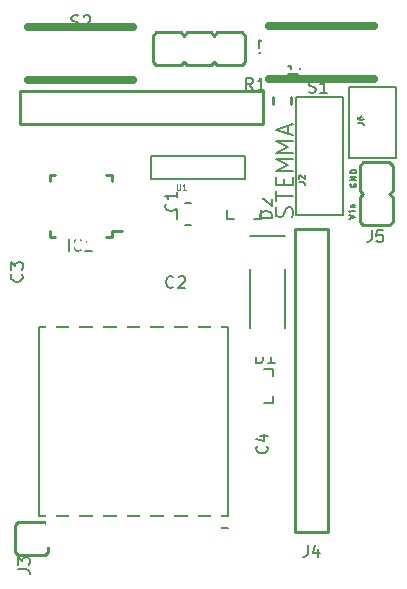
<source format=gto>
G04 --- HEADER BEGIN --- *
%TF.GenerationSoftware,LibrePCB,LibrePCB,0.1.3*%
%TF.CreationDate,2020-05-24T18:28:55*%
%TF.ProjectId,SprigZero - default,93c98233-4b04-4051-a125-04f829bd9155,v1*%
%TF.Part,Single*%
%FSLAX66Y66*%
%MOMM*%
G01*
G74*
G04 --- HEADER END --- *
G04 --- APERTURE LIST BEGIN --- *
%ADD10C,0.1524*%
%ADD11C,0.2*%
%ADD12C,0.25*%
%ADD13C,0.7*%
%ADD14C,0.1*%
%ADD15R,1.6X1.2*%
%ADD16R,1.7X1.5*%
%ADD17O,2.7X1.5*%
%ADD18O,1.9X1.3*%
%ADD19O,2.39X1.787*%
%ADD20R,2.39X1.787*%
%ADD21R,2.7X2.7*%
%ADD22R,1.26X0.85*%
%ADD23R,1.787X2.39*%
%ADD24O,1.787X2.39*%
%ADD25R,1.5X1.7*%
%ADD26R,0.9X3.2*%
%ADD27R,1.2X1.6*%
%ADD28R,1.45X0.95*%
%ADD29R,0.4X1.2*%
%ADD30R,1.2X0.4*%
%ADD31O,1.4X2.7*%
%ADD32O,2.0X3.2*%
G04 --- APERTURE LIST END --- *
G04 --- BOARD BEGIN --- *
D10*
X19254150Y53108850D02*
X18441350Y53108850D01*
X18441350Y55953650D02*
X19254150Y55953650D01*
X19254150Y55953650D02*
X19254150Y55394850D01*
X19254150Y53667650D02*
X19254150Y53108850D01*
D11*
X29687500Y73796875D02*
X25687500Y73796875D01*
X25687500Y79796875D01*
X29687500Y79796875D01*
X29687500Y73796875D01*
X8906250Y73996875D02*
X16906250Y73996875D01*
X16906250Y71996875D01*
X8906250Y71996875D01*
X8906250Y73996875D01*
D12*
X29363750Y73176250D02*
X29363750Y71051250D01*
X29093750Y70781250D01*
X29363750Y70511250D01*
X29363750Y68386250D01*
X29093750Y68116250D01*
X26843750Y68116250D01*
X26573750Y68386250D01*
X26573750Y70511250D01*
X26843750Y70781250D01*
X26573750Y71051250D01*
X26573750Y73176250D01*
X26843750Y73446250D01*
X29093750Y73446250D01*
X29363750Y73176250D01*
D11*
X17250000Y59453125D02*
X17250000Y64453125D01*
X20250000Y59453125D02*
X20250000Y64453125D01*
X17250000Y67203125D02*
X20250000Y67203125D01*
X12268750Y68112500D02*
X11793750Y68112500D01*
X12268750Y70012500D02*
X11793750Y70012500D01*
X11081250Y68587500D02*
X11081250Y69537500D01*
D12*
X16633750Y81651875D02*
X14508750Y81651875D01*
X14238750Y81921875D01*
X13968750Y81651875D01*
X11968750Y81651875D01*
X11698750Y81921875D01*
X11428750Y81651875D01*
X9303750Y81651875D01*
X9033750Y81921875D01*
X9033750Y84171875D01*
X9303750Y84441875D01*
X11428750Y84441875D01*
X11698750Y84171875D01*
X11968750Y84441875D01*
X13968750Y84441875D01*
X14238750Y84171875D01*
X14508750Y84441875D01*
X16633750Y84441875D01*
X16903750Y84171875D01*
X16903750Y81921875D01*
X16633750Y81651875D01*
D11*
X15421875Y42484375D02*
X14421875Y42484375D01*
X15421875Y59484375D02*
X-578125Y59484375D01*
X-578125Y43484375D01*
X15421875Y43484375D01*
X15421875Y59484375D01*
D10*
X15374475Y68636475D02*
X15374475Y69449275D01*
X18219275Y69449275D02*
X18219275Y68636475D01*
X18219275Y68636475D02*
X17660475Y68636475D01*
X15933275Y68636475D02*
X15374475Y68636475D01*
D12*
X19250000Y78996875D02*
X19250000Y78346875D01*
X20750000Y78996875D02*
X20750000Y78346875D01*
X817500Y67152500D02*
X317500Y67152500D01*
X317500Y67652500D01*
X5067500Y72402500D02*
X5567500Y72402500D01*
X5567500Y71902500D01*
X817500Y72402500D02*
X317500Y72402500D01*
X317500Y71902500D01*
X5067500Y67152500D02*
X5567500Y67152500D01*
X5567500Y67652500D01*
X6467500Y67652500D01*
X18423750Y79500000D02*
X18423750Y76710000D01*
X-2146250Y76710000D01*
X-2146250Y79500000D01*
X18423750Y79500000D01*
X-106250Y40180000D02*
X-2356250Y40180000D01*
X-2626250Y40450000D01*
X-2626250Y42700000D01*
X-2356250Y42970000D01*
X-106250Y42970000D01*
X163750Y42700000D01*
X163750Y40450000D01*
X-106250Y40180000D01*
D13*
X-1476250Y84878750D02*
X7413750Y84878750D01*
X-1476250Y80433750D02*
X7413750Y80433750D01*
D11*
X21173750Y68949375D02*
X21173750Y78949375D01*
X25173750Y78949375D01*
X25173750Y68949375D01*
X21173750Y68949375D01*
D13*
X27804375Y80511875D02*
X18914375Y80511875D01*
X27804375Y84956875D02*
X18914375Y84956875D01*
D12*
X23895000Y42175000D02*
X21105000Y42175000D01*
X21105000Y67825000D01*
X23895000Y67825000D01*
X23895000Y42175000D01*
D11*
X17822639Y56436250D02*
X17822639Y57436250D01*
X18060417Y57436250D01*
X18203750Y57388472D01*
X18299306Y57292917D01*
X18345972Y57198472D01*
X18393750Y57007361D01*
X18393750Y56865139D01*
X18345972Y56674028D01*
X18299306Y56579583D01*
X18203750Y56484028D01*
X18060417Y56436250D01*
X17822639Y56436250D01*
X19364861Y56436250D02*
X18793750Y56436250D01*
X19079306Y56436250D02*
X19079306Y57436250D01*
X18983750Y57292917D01*
X18889306Y57198472D01*
X18793750Y57150694D01*
X18712569Y49422014D02*
X18760347Y49374236D01*
X18808125Y49232014D01*
X18808125Y49136458D01*
X18760347Y48993125D01*
X18664792Y48898681D01*
X18570347Y48850903D01*
X18379236Y48803125D01*
X18237014Y48803125D01*
X18045903Y48850903D01*
X17951458Y48898681D01*
X17855903Y48993125D01*
X17808125Y49136458D01*
X17808125Y49232014D01*
X17855903Y49374236D01*
X17903681Y49422014D01*
X18141458Y50298681D02*
X18808125Y50298681D01*
X17760347Y50059792D02*
X18474792Y49822014D01*
X18474792Y50440903D01*
X26406250Y76755625D02*
X26763472Y76755625D01*
X26834583Y76731736D01*
X26882361Y76683958D01*
X26906250Y76612847D01*
X26906250Y76565069D01*
X26406250Y77293958D02*
X26406250Y77198403D01*
X26430139Y77150625D01*
X26454028Y77127292D01*
X26525139Y77079514D01*
X26620694Y77055625D01*
X26811250Y77055625D01*
X26858472Y77079514D01*
X26882361Y77103403D01*
X26906250Y77150625D01*
X26906250Y77246181D01*
X26882361Y77293958D01*
X26858472Y77317292D01*
X26811250Y77341181D01*
X26691806Y77341181D01*
X26644583Y77317292D01*
X26620694Y77293958D01*
X26596806Y77246181D01*
X26596806Y77150625D01*
X26620694Y77103403D01*
X26644583Y77079514D01*
X26691806Y77055625D01*
X27595625Y67700625D02*
X27595625Y66986181D01*
X27547847Y66843958D01*
X27452292Y66748403D01*
X27310070Y66700625D01*
X27214514Y66700625D01*
X28518958Y67700625D02*
X28043403Y67700625D01*
X27995625Y67223958D01*
X28043403Y67271736D01*
X28138958Y67319514D01*
X28376736Y67319514D01*
X28472292Y67271736D01*
X28518958Y67223958D01*
X28566736Y67129514D01*
X28566736Y66890625D01*
X28518958Y66796181D01*
X28472292Y66748403D01*
X28376736Y66700625D01*
X28138958Y66700625D01*
X28043403Y66748403D01*
X27995625Y66796181D01*
D14*
X11098819Y71621875D02*
X11098819Y71216875D01*
X11122708Y71169653D01*
X11146597Y71145764D01*
X11193819Y71121875D01*
X11289375Y71121875D01*
X11337152Y71145764D01*
X11360486Y71169653D01*
X11384375Y71216875D01*
X11384375Y71621875D01*
X11869931Y71121875D02*
X11584375Y71121875D01*
X11727153Y71121875D02*
X11727153Y71621875D01*
X11679375Y71550208D01*
X11632153Y71502986D01*
X11584375Y71479097D01*
D11*
X18048750Y82704097D02*
X18763194Y82704097D01*
X18905417Y82656319D01*
X19000972Y82560764D01*
X19048750Y82418542D01*
X19048750Y82322986D01*
X18048750Y83104097D02*
X18048750Y83770764D01*
X19048750Y83341875D01*
X10802986Y62903681D02*
X10755208Y62855903D01*
X10612986Y62808125D01*
X10517430Y62808125D01*
X10374097Y62855903D01*
X10279653Y62951458D01*
X10231875Y63045903D01*
X10184097Y63237014D01*
X10184097Y63379236D01*
X10231875Y63570347D01*
X10279653Y63664792D01*
X10374097Y63760347D01*
X10517430Y63808125D01*
X10612986Y63808125D01*
X10755208Y63760347D01*
X10802986Y63712569D01*
X11250764Y63712569D02*
X11298542Y63760347D01*
X11392986Y63808125D01*
X11631875Y63808125D01*
X11726319Y63760347D01*
X11774097Y63712569D01*
X11821875Y63618125D01*
X11821875Y63522569D01*
X11774097Y63379236D01*
X11202986Y62808125D01*
X11821875Y62808125D01*
X-2053056Y63968889D02*
X-2005278Y63921111D01*
X-1957500Y63778889D01*
X-1957500Y63683333D01*
X-2005278Y63540000D01*
X-2100833Y63445556D01*
X-2195278Y63397778D01*
X-2386389Y63350000D01*
X-2528611Y63350000D01*
X-2719722Y63397778D01*
X-2814167Y63445556D01*
X-2909722Y63540000D01*
X-2957500Y63683333D01*
X-2957500Y63778889D01*
X-2909722Y63921111D01*
X-2861944Y63968889D01*
X-2957500Y64368889D02*
X-2957500Y64987778D01*
X-2576389Y64654445D01*
X-2576389Y64797778D01*
X-2528611Y64892222D01*
X-2480833Y64940000D01*
X-2386389Y64987778D01*
X-2147500Y64987778D01*
X-2053056Y64940000D01*
X-2005278Y64892222D01*
X-1957500Y64797778D01*
X-1957500Y64512222D01*
X-2005278Y64416667D01*
X-2053056Y64368889D01*
X11002572Y69952326D02*
X11050350Y69904548D01*
X11098128Y69762326D01*
X11098128Y69666770D01*
X11050350Y69523437D01*
X10954795Y69428993D01*
X10860350Y69381215D01*
X10669239Y69333437D01*
X10527017Y69333437D01*
X10335906Y69381215D01*
X10241461Y69428993D01*
X10145906Y69523437D01*
X10098128Y69666770D01*
X10098128Y69762326D01*
X10145906Y69904548D01*
X10193684Y69952326D01*
X11098128Y70923437D02*
X11098128Y70352326D01*
X11098128Y70637882D02*
X10098128Y70637882D01*
X10241461Y70542326D01*
X10335906Y70447882D01*
X10383684Y70352326D01*
X19155000Y68736250D02*
X18155000Y68736250D01*
X18155000Y68974028D01*
X18202778Y69117361D01*
X18298333Y69212917D01*
X18392778Y69259583D01*
X18583889Y69307361D01*
X18726111Y69307361D01*
X18917222Y69259583D01*
X19011667Y69212917D01*
X19107222Y69117361D01*
X19155000Y68974028D01*
X19155000Y68736250D01*
X18250556Y69755139D02*
X18202778Y69802917D01*
X18155000Y69897361D01*
X18155000Y70136250D01*
X18202778Y70230694D01*
X18250556Y70278472D01*
X18345000Y70326250D01*
X18440556Y70326250D01*
X18583889Y70278472D01*
X19155000Y69707361D01*
X19155000Y70326250D01*
X17534375Y79606250D02*
X17201042Y80082917D01*
X16963264Y79606250D02*
X16963264Y80606250D01*
X17344375Y80606250D01*
X17439931Y80558472D01*
X17486597Y80510694D01*
X17534375Y80416250D01*
X17534375Y80272917D01*
X17486597Y80177361D01*
X17439931Y80129583D01*
X17344375Y80082917D01*
X16963264Y80082917D01*
X18505486Y79606250D02*
X17934375Y79606250D01*
X18219931Y79606250D02*
X18219931Y80606250D01*
X18124375Y80462917D01*
X18029931Y80368472D01*
X17934375Y80320694D01*
X1924059Y65957187D02*
X1924059Y66957187D01*
X2942948Y66052743D02*
X2895170Y66004965D01*
X2752948Y65957187D01*
X2657392Y65957187D01*
X2514059Y66004965D01*
X2419615Y66100520D01*
X2371837Y66194965D01*
X2324059Y66386076D01*
X2324059Y66528298D01*
X2371837Y66719409D01*
X2419615Y66813854D01*
X2514059Y66909409D01*
X2657392Y66957187D01*
X2752948Y66957187D01*
X2895170Y66909409D01*
X2942948Y66861631D01*
X3914059Y65957187D02*
X3342948Y65957187D01*
X3628504Y65957187D02*
X3628504Y66957187D01*
X3532948Y66813854D01*
X3438504Y66719409D01*
X3342948Y66671631D01*
X20506250Y80935000D02*
X21220694Y80935000D01*
X21362917Y80887222D01*
X21458472Y80791667D01*
X21506250Y80649445D01*
X21506250Y80553889D01*
X21506250Y81906111D02*
X21506250Y81335000D01*
X21506250Y81620556D02*
X20506250Y81620556D01*
X20649583Y81525000D01*
X20744028Y81430556D01*
X20791806Y81335000D01*
X-2363125Y38990486D02*
X-1648681Y38990486D01*
X-1506458Y38942708D01*
X-1410903Y38847153D01*
X-1363125Y38704931D01*
X-1363125Y38609375D01*
X-2363125Y39390486D02*
X-2363125Y40009375D01*
X-1982014Y39676042D01*
X-1982014Y39819375D01*
X-1934236Y39913819D01*
X-1886458Y39961597D01*
X-1792014Y40009375D01*
X-1553125Y40009375D01*
X-1458681Y39961597D01*
X-1410903Y39913819D01*
X-1363125Y39819375D01*
X-1363125Y39533819D01*
X-1410903Y39438264D01*
X-1458681Y39390486D01*
X2173750Y84926528D02*
X2317083Y84878750D01*
X2554861Y84878750D01*
X2650417Y84926528D01*
X2697083Y84974306D01*
X2744861Y85068750D01*
X2744861Y85164306D01*
X2697083Y85259861D01*
X2650417Y85307639D01*
X2554861Y85355417D01*
X2363750Y85402083D01*
X2269306Y85449861D01*
X2221528Y85497639D01*
X2173750Y85593194D01*
X2173750Y85688750D01*
X2221528Y85783194D01*
X2269306Y85830972D01*
X2363750Y85878750D01*
X2602639Y85878750D01*
X2744861Y85830972D01*
X3192639Y85783194D02*
X3240417Y85830972D01*
X3334861Y85878750D01*
X3573750Y85878750D01*
X3668194Y85830972D01*
X3715972Y85783194D01*
X3763750Y85688750D01*
X3763750Y85593194D01*
X3715972Y85449861D01*
X3144861Y84878750D01*
X3763750Y84878750D01*
X21423750Y71739931D02*
X21780972Y71739931D01*
X21852083Y71716042D01*
X21899861Y71668264D01*
X21923750Y71597153D01*
X21923750Y71549375D01*
X21471528Y72063820D02*
X21447639Y72087709D01*
X21423750Y72134931D01*
X21423750Y72254375D01*
X21447639Y72301598D01*
X21471528Y72325487D01*
X21518750Y72349375D01*
X21566528Y72349375D01*
X21638194Y72325487D01*
X21923750Y72039931D01*
X21923750Y72349375D01*
X22275764Y79403403D02*
X22419097Y79355625D01*
X22656875Y79355625D01*
X22752431Y79403403D01*
X22799097Y79451181D01*
X22846875Y79545625D01*
X22846875Y79641181D01*
X22799097Y79736736D01*
X22752431Y79784514D01*
X22656875Y79832292D01*
X22465764Y79878958D01*
X22371320Y79926736D01*
X22323542Y79974514D01*
X22275764Y80070069D01*
X22275764Y80165625D01*
X22323542Y80260069D01*
X22371320Y80307847D01*
X22465764Y80355625D01*
X22704653Y80355625D01*
X22846875Y80307847D01*
X23817986Y79355625D02*
X23246875Y79355625D01*
X23532431Y79355625D02*
X23532431Y80355625D01*
X23436875Y80212292D01*
X23342431Y80117847D01*
X23246875Y80070069D01*
X22181111Y41030000D02*
X22181111Y40315556D01*
X22133333Y40173333D01*
X22037778Y40077778D01*
X21895556Y40030000D01*
X21800000Y40030000D01*
X23057778Y40696667D02*
X23057778Y40030000D01*
X22818889Y41077778D02*
X22581111Y40363333D01*
X23200000Y40363333D01*
X25805139Y71617500D02*
X25781250Y71570277D01*
X25781250Y71498611D01*
X25805139Y71426944D01*
X25852917Y71379722D01*
X25900139Y71355833D01*
X25995694Y71331944D01*
X26066806Y71331944D01*
X26162361Y71355833D01*
X26209583Y71379722D01*
X26257361Y71426944D01*
X26281250Y71498611D01*
X26281250Y71546388D01*
X26257361Y71617500D01*
X26233472Y71641388D01*
X26066806Y71641388D01*
X26066806Y71546388D01*
X26281250Y71941388D02*
X25781250Y71941388D01*
X26281250Y72226944D01*
X25781250Y72226944D01*
X26281250Y72526944D02*
X25781250Y72526944D01*
X25781250Y72645833D01*
X25805139Y72717500D01*
X25852917Y72765277D01*
X25900139Y72788611D01*
X25995694Y72812500D01*
X26066806Y72812500D01*
X26162361Y72788611D01*
X26209583Y72765277D01*
X26257361Y72717500D01*
X26281250Y72645833D01*
X26281250Y72526944D01*
X20881458Y68790416D02*
X20953125Y69005416D01*
X20953125Y69362083D01*
X20881458Y69505416D01*
X20809792Y69575416D01*
X20668125Y69647083D01*
X20524792Y69647083D01*
X20381458Y69575416D01*
X20309792Y69505416D01*
X20238125Y69362083D01*
X20168125Y69075416D01*
X20096458Y68933749D01*
X20024792Y68862083D01*
X19881458Y68790416D01*
X19738125Y68790416D01*
X19596458Y68862083D01*
X19524792Y68933749D01*
X19453125Y69075416D01*
X19453125Y69433749D01*
X19524792Y69647083D01*
X19453125Y70147083D02*
X19453125Y71003750D01*
X20953125Y70575416D02*
X19453125Y70575416D01*
X20168125Y71503750D02*
X20168125Y72003750D01*
X20953125Y72218750D02*
X20953125Y71503750D01*
X19453125Y71503750D01*
X19453125Y72218750D01*
X20953125Y72718750D02*
X19453125Y72718750D01*
X20524792Y73218750D01*
X19453125Y73718750D01*
X20953125Y73718750D01*
X20953125Y74218750D02*
X19453125Y74218750D01*
X20524792Y74718750D01*
X19453125Y75218750D01*
X20953125Y75218750D01*
X20524792Y75862083D02*
X20524792Y76575417D01*
X20953125Y75718750D02*
X19453125Y76218750D01*
X20953125Y76718750D01*
X25703125Y68648196D02*
X26203125Y68814863D01*
X25703125Y68981529D01*
X26203125Y69305418D02*
X25869792Y69305418D01*
X25703125Y69305418D02*
X25727014Y69281529D01*
X25750903Y69305418D01*
X25727014Y69329307D01*
X25703125Y69305418D01*
X25750903Y69305418D01*
X25869792Y69629307D02*
X26203125Y69629307D01*
X25917569Y69629307D02*
X25893681Y69653196D01*
X25869792Y69700974D01*
X25869792Y69772085D01*
X25893681Y69819863D01*
X25941458Y69843751D01*
X26203125Y69843751D01*
%LPC*%
D15*
X17493750Y53581250D03*
X19693750Y54531250D03*
X17493750Y55481250D03*
D16*
X16796875Y48503125D03*
X16796875Y50403125D03*
D17*
X27937500Y77796875D03*
X27937500Y75796875D03*
D18*
X7506250Y73746875D03*
X7506250Y72346875D03*
D19*
X27968750Y69511250D03*
D20*
X27968750Y72051250D03*
D21*
X18750000Y58353125D03*
X18750000Y65553125D03*
D22*
X12981250Y70012500D03*
X11081250Y70012500D03*
X12981250Y69062500D03*
X11081250Y68112500D03*
X12981250Y68112500D03*
D23*
X15508750Y83046875D03*
D24*
X10428750Y83046875D03*
X12968750Y83046875D03*
D25*
X11184375Y65078125D03*
X9284375Y65078125D03*
D16*
X-687500Y63987500D03*
X-687500Y65887500D03*
D26*
X8421875Y42484375D03*
X6421875Y42484375D03*
X8421875Y60484375D03*
X14421875Y42484375D03*
X6421875Y60484375D03*
X4421875Y42484375D03*
X4421875Y60484375D03*
X14421875Y60484375D03*
X421875Y42484375D03*
X2421875Y42484375D03*
X421875Y60484375D03*
X12421875Y60484375D03*
X2421875Y60484375D03*
X12421875Y42484375D03*
X10421875Y60484375D03*
X10421875Y42484375D03*
D16*
X8828128Y70285937D03*
X8828128Y68385937D03*
D27*
X15846875Y70396875D03*
X16796875Y68196875D03*
X17746875Y70396875D03*
D28*
X20000000Y77696875D03*
X20000000Y79646875D03*
D29*
X3692500Y72927500D03*
X2192500Y72927500D03*
X4692500Y66627500D03*
D30*
X6092500Y69527500D03*
D29*
X1692500Y66627500D03*
D30*
X-207500Y68527500D03*
X-207500Y68027500D03*
X-207500Y69027500D03*
X-207500Y71027500D03*
X6092500Y70527500D03*
X6092500Y69027500D03*
D29*
X1192500Y66627500D03*
D30*
X-207500Y69527500D03*
X-207500Y71527500D03*
X6092500Y70027500D03*
D29*
X2192500Y66627500D03*
X3192500Y66627500D03*
X4692500Y72927500D03*
D30*
X-207500Y70027500D03*
X-207500Y70527500D03*
D29*
X1692500Y72927500D03*
X3192500Y72927500D03*
X4192500Y66627500D03*
D30*
X6092500Y71527500D03*
X6092500Y68527500D03*
D29*
X1192500Y72927500D03*
D30*
X6092500Y71027500D03*
D29*
X2692500Y66627500D03*
X2692500Y72927500D03*
X4192500Y72927500D03*
X3692500Y66627500D03*
D30*
X6092500Y68027500D03*
D24*
X11948750Y78105000D03*
X9408750Y78105000D03*
X4328750Y78105000D03*
X14488750Y78105000D03*
X1788750Y78105000D03*
D23*
X17028750Y78105000D03*
D24*
X6868750Y78105000D03*
X-751250Y78105000D03*
D23*
X-1231250Y41575000D03*
D31*
X4975350Y82656250D03*
D32*
X7070850Y82656250D03*
X-1133350Y82656250D03*
D31*
X2968750Y82656250D03*
X962150Y82656250D03*
D17*
X23423750Y76949375D03*
X23423750Y72949375D03*
X23423750Y70949375D03*
X23423750Y74949375D03*
D31*
X21352775Y82734375D03*
D32*
X19257275Y82734375D03*
X27461475Y82734375D03*
D31*
X23359375Y82734375D03*
X25365975Y82734375D03*
D19*
X22500000Y53730000D03*
X22500000Y63890000D03*
X22500000Y61350000D03*
X22500000Y56270000D03*
X22500000Y58810000D03*
X22500000Y51190000D03*
X22500000Y66430000D03*
X22500000Y46110000D03*
D20*
X22500000Y43570000D03*
D19*
X22500000Y48650000D03*
G04 --- BOARD END --- *
%TF.MD5,b726763a253f31b02549699272842fd3*%
M02*

</source>
